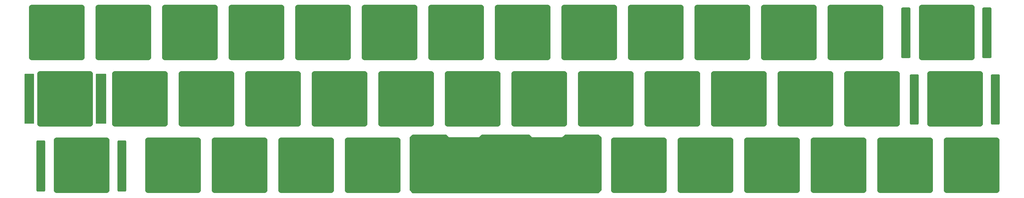
<source format=gtl>
%TF.GenerationSoftware,KiCad,Pcbnew,(5.99.0-10847-g28909c1a72)*%
%TF.CreationDate,2021-06-19T00:09:30+03:00*%
%TF.ProjectId,vanpole plates,76616e70-6f6c-4652-9070-6c617465732e,rev?*%
%TF.SameCoordinates,Original*%
%TF.FileFunction,Copper,L1,Top*%
%TF.FilePolarity,Positive*%
%FSLAX46Y46*%
G04 Gerber Fmt 4.6, Leading zero omitted, Abs format (unit mm)*
G04 Created by KiCad (PCBNEW (5.99.0-10847-g28909c1a72)) date 2021-06-19 00:09:30*
%MOMM*%
%LPD*%
G01*
G04 APERTURE LIST*
G04 Aperture macros list*
%AMRoundRect*
0 Rectangle with rounded corners*
0 $1 Rounding radius*
0 $2 $3 $4 $5 $6 $7 $8 $9 X,Y pos of 4 corners*
0 Add a 4 corners polygon primitive as box body*
4,1,4,$2,$3,$4,$5,$6,$7,$8,$9,$2,$3,0*
0 Add four circle primitives for the rounded corners*
1,1,$1+$1,$2,$3*
1,1,$1+$1,$4,$5*
1,1,$1+$1,$6,$7*
1,1,$1+$1,$8,$9*
0 Add four rect primitives between the rounded corners*
20,1,$1+$1,$2,$3,$4,$5,0*
20,1,$1+$1,$4,$5,$6,$7,0*
20,1,$1+$1,$6,$7,$8,$9,0*
20,1,$1+$1,$8,$9,$2,$3,0*%
G04 Aperture macros list end*
%TA.AperFunction,NonConductor*%
%ADD10C,0.200000*%
%TD*%
%TA.AperFunction,SMDPad,CuDef*%
%ADD11RoundRect,1.008000X-6.992000X-6.992000X6.992000X-6.992000X6.992000X6.992000X-6.992000X6.992000X0*%
%TD*%
G04 APERTURE END LIST*
D10*
X287800000Y-235200000D02*
X287800000Y-249200000D01*
X287800000Y-249200000D02*
X287600000Y-249400000D01*
X287600000Y-249400000D02*
X285600000Y-249400000D01*
X285600000Y-249400000D02*
X285400000Y-249200000D01*
X285400000Y-249200000D02*
X285400000Y-235200000D01*
X285400000Y-235200000D02*
X285600000Y-235000000D01*
X285600000Y-235000000D02*
X287600000Y-235000000D01*
X287600000Y-235000000D02*
X287800000Y-235200000D01*
G36*
X287800000Y-235200000D02*
G01*
X287800000Y-249200000D01*
X287600000Y-249400000D01*
X285600000Y-249400000D01*
X285400000Y-249200000D01*
X285400000Y-235200000D01*
X285600000Y-235000000D01*
X287600000Y-235000000D01*
X287800000Y-235200000D01*
G37*
X287800000Y-235200000D02*
X287800000Y-249200000D01*
X287600000Y-249400000D01*
X285600000Y-249400000D01*
X285400000Y-249200000D01*
X285400000Y-235200000D01*
X285600000Y-235000000D01*
X287600000Y-235000000D01*
X287800000Y-235200000D01*
X264600000Y-235200000D02*
X264600000Y-249200000D01*
X264600000Y-249200000D02*
X264400000Y-249400000D01*
X264400000Y-249400000D02*
X262400000Y-249400000D01*
X262400000Y-249400000D02*
X262200000Y-249200000D01*
X262200000Y-249200000D02*
X262200000Y-235200000D01*
X262200000Y-235200000D02*
X262400000Y-235000000D01*
X262400000Y-235000000D02*
X264400000Y-235000000D01*
X264400000Y-235000000D02*
X264600000Y-235200000D01*
G36*
X264600000Y-235200000D02*
G01*
X264600000Y-249200000D01*
X264400000Y-249400000D01*
X262400000Y-249400000D01*
X262200000Y-249200000D01*
X262200000Y-235200000D01*
X262400000Y-235000000D01*
X264400000Y-235000000D01*
X264600000Y-235200000D01*
G37*
X264600000Y-235200000D02*
X264600000Y-249200000D01*
X264400000Y-249400000D01*
X262400000Y-249400000D01*
X262200000Y-249200000D01*
X262200000Y-235200000D01*
X262400000Y-235000000D01*
X264400000Y-235000000D01*
X264600000Y-235200000D01*
X290200000Y-254400000D02*
X290200000Y-268200000D01*
X290200000Y-268200000D02*
X290000000Y-268400000D01*
X290000000Y-268400000D02*
X288000000Y-268400000D01*
X288000000Y-268400000D02*
X287800000Y-268200000D01*
X287800000Y-268200000D02*
X287800000Y-254400000D01*
X287800000Y-254400000D02*
X288000000Y-254200000D01*
X288000000Y-254200000D02*
X290000000Y-254200000D01*
X290000000Y-254200000D02*
X290200000Y-254400000D01*
G36*
X290200000Y-254400000D02*
G01*
X290200000Y-268200000D01*
X290000000Y-268400000D01*
X288000000Y-268400000D01*
X287800000Y-268200000D01*
X287800000Y-254400000D01*
X288000000Y-254200000D01*
X290000000Y-254200000D01*
X290200000Y-254400000D01*
G37*
X290200000Y-254400000D02*
X290200000Y-268200000D01*
X290000000Y-268400000D01*
X288000000Y-268400000D01*
X287800000Y-268200000D01*
X287800000Y-254400000D01*
X288000000Y-254200000D01*
X290000000Y-254200000D01*
X290200000Y-254400000D01*
X267000000Y-254400000D02*
X267000000Y-268200000D01*
X267000000Y-268200000D02*
X266800000Y-268400000D01*
X266800000Y-268400000D02*
X264800000Y-268400000D01*
X264800000Y-268400000D02*
X264600000Y-268200000D01*
X264600000Y-268200000D02*
X264600000Y-254400000D01*
X264600000Y-254400000D02*
X264800000Y-254200000D01*
X264800000Y-254200000D02*
X266800000Y-254200000D01*
X266800000Y-254200000D02*
X267000000Y-254400000D01*
G36*
X267000000Y-254400000D02*
G01*
X267000000Y-268200000D01*
X266800000Y-268400000D01*
X264800000Y-268400000D01*
X264600000Y-268200000D01*
X264600000Y-254400000D01*
X264800000Y-254200000D01*
X266800000Y-254200000D01*
X267000000Y-254400000D01*
G37*
X267000000Y-254400000D02*
X267000000Y-268200000D01*
X266800000Y-268400000D01*
X264800000Y-268400000D01*
X264600000Y-268200000D01*
X264600000Y-254400000D01*
X264800000Y-254200000D01*
X266800000Y-254200000D01*
X267000000Y-254400000D01*
X17000000Y-273400000D02*
X17000000Y-287400000D01*
X17000000Y-287400000D02*
X16800000Y-287600000D01*
X16800000Y-287600000D02*
X14800000Y-287600000D01*
X14800000Y-287600000D02*
X14600000Y-287400000D01*
X14600000Y-287400000D02*
X14600000Y-273400000D01*
X14600000Y-273400000D02*
X14800000Y-273200000D01*
X14800000Y-273200000D02*
X16800000Y-273200000D01*
X16800000Y-273200000D02*
X17000000Y-273400000D01*
G36*
X17000000Y-273400000D02*
G01*
X17000000Y-287400000D01*
X16800000Y-287600000D01*
X14800000Y-287600000D01*
X14600000Y-287400000D01*
X14600000Y-273400000D01*
X14800000Y-273200000D01*
X16800000Y-273200000D01*
X17000000Y-273400000D01*
G37*
X17000000Y-273400000D02*
X17000000Y-287400000D01*
X16800000Y-287600000D01*
X14800000Y-287600000D01*
X14600000Y-287400000D01*
X14600000Y-273400000D01*
X14800000Y-273200000D01*
X16800000Y-273200000D01*
X17000000Y-273400000D01*
X40200000Y-273400000D02*
X40200000Y-287400000D01*
X40200000Y-287400000D02*
X40000000Y-287600000D01*
X40000000Y-287600000D02*
X38000000Y-287600000D01*
X38000000Y-287600000D02*
X37800000Y-287400000D01*
X37800000Y-287400000D02*
X37800000Y-273400000D01*
X37800000Y-273400000D02*
X38000000Y-273200000D01*
X38000000Y-273200000D02*
X40000000Y-273200000D01*
X40000000Y-273200000D02*
X40200000Y-273400000D01*
G36*
X40200000Y-273400000D02*
G01*
X40200000Y-287400000D01*
X40000000Y-287600000D01*
X38000000Y-287600000D01*
X37800000Y-287400000D01*
X37800000Y-273400000D01*
X38000000Y-273200000D01*
X40000000Y-273200000D01*
X40200000Y-273400000D01*
G37*
X40200000Y-273400000D02*
X40200000Y-287400000D01*
X40000000Y-287600000D01*
X38000000Y-287600000D01*
X37800000Y-287400000D01*
X37800000Y-273400000D01*
X38000000Y-273200000D01*
X40000000Y-273200000D01*
X40200000Y-273400000D01*
X34400000Y-268200000D02*
X31600000Y-268200000D01*
X31600000Y-268200000D02*
X31600000Y-254000000D01*
X31600000Y-254000000D02*
X34400000Y-254000000D01*
X34400000Y-254000000D02*
X34400000Y-268200000D01*
G36*
X34400000Y-268200000D02*
G01*
X31600000Y-268200000D01*
X31600000Y-254000000D01*
X34400000Y-254000000D01*
X34400000Y-268200000D01*
G37*
X34400000Y-268200000D02*
X31600000Y-268200000D01*
X31600000Y-254000000D01*
X34400000Y-254000000D01*
X34400000Y-268200000D01*
X13800000Y-268200000D02*
X11200000Y-268200000D01*
X11200000Y-268200000D02*
X11200000Y-254000000D01*
X11200000Y-254000000D02*
X13800000Y-254000000D01*
X13800000Y-254000000D02*
X13800000Y-268200000D01*
G36*
X13800000Y-268200000D02*
G01*
X11200000Y-268200000D01*
X11200000Y-254000000D01*
X13800000Y-254000000D01*
X13800000Y-268200000D01*
G37*
X13800000Y-268200000D02*
X11200000Y-268200000D01*
X11200000Y-254000000D01*
X13800000Y-254000000D01*
X13800000Y-268200000D01*
X132556250Y-272256250D02*
X141287500Y-272256250D01*
X141287500Y-272256250D02*
X142081250Y-271462500D01*
X142081250Y-271462500D02*
X155575000Y-271462500D01*
X155575000Y-271462500D02*
X156368750Y-272256250D01*
X156368750Y-272256250D02*
X165100000Y-272256250D01*
X165100000Y-272256250D02*
X165893750Y-271462500D01*
X165893750Y-271462500D02*
X175418750Y-271462500D01*
X175418750Y-271462500D02*
X176212500Y-272256250D01*
X176212500Y-272256250D02*
X176212500Y-287337500D01*
X176212500Y-287337500D02*
X175418750Y-288131250D01*
X175418750Y-288131250D02*
X122237500Y-288131250D01*
X122237500Y-288131250D02*
X121443750Y-287337500D01*
X121443750Y-287337500D02*
X121443750Y-272256250D01*
X121443750Y-272256250D02*
X122237500Y-271462500D01*
X122237500Y-271462500D02*
X131762500Y-271462500D01*
X131762500Y-271462500D02*
X132556250Y-272256250D01*
G36*
X132556250Y-272256250D02*
G01*
X141287500Y-272256250D01*
X142081250Y-271462500D01*
X155575000Y-271462500D01*
X156368750Y-272256250D01*
X165100000Y-272256250D01*
X165893750Y-271462500D01*
X175418750Y-271462500D01*
X176212500Y-272256250D01*
X176212500Y-287337500D01*
X175418750Y-288131250D01*
X122237500Y-288131250D01*
X121443750Y-287337500D01*
X121443750Y-272256250D01*
X122237500Y-271462500D01*
X131762500Y-271462500D01*
X132556250Y-272256250D01*
G37*
X132556250Y-272256250D02*
X141287500Y-272256250D01*
X142081250Y-271462500D01*
X155575000Y-271462500D01*
X156368750Y-272256250D01*
X165100000Y-272256250D01*
X165893750Y-271462500D01*
X175418750Y-271462500D01*
X176212500Y-272256250D01*
X176212500Y-287337500D01*
X175418750Y-288131250D01*
X122237500Y-288131250D01*
X121443750Y-287337500D01*
X121443750Y-272256250D01*
X122237500Y-271462500D01*
X131762500Y-271462500D01*
X132556250Y-272256250D01*
D11*
%TO.P,REF\u002A\u002A,1*%
%TO.N,N/C*%
X225137500Y-280193750D03*
%TD*%
%TO.P,REF\u002A\u002A,1*%
%TO.N,N/C*%
X253712500Y-261143750D03*
%TD*%
%TO.P,REF\u002A\u002A,1*%
%TO.N,N/C*%
X234662500Y-261143750D03*
%TD*%
%TO.P,REF\u002A\u002A,1*%
%TO.N,N/C*%
X215612500Y-261143750D03*
%TD*%
%TO.P,REF\u002A\u002A,1*%
%TO.N,N/C*%
X196562500Y-261143750D03*
%TD*%
%TO.P,REF\u002A\u002A,1*%
%TO.N,N/C*%
X177512500Y-261143750D03*
%TD*%
%TO.P,REF\u002A\u002A,1*%
%TO.N,N/C*%
X158462500Y-261143750D03*
%TD*%
%TO.P,REF\u002A\u002A,1*%
%TO.N,N/C*%
X139412500Y-261143750D03*
%TD*%
%TO.P,REF\u002A\u002A,1*%
%TO.N,N/C*%
X120362500Y-261143750D03*
%TD*%
%TO.P,REF\u002A\u002A,1*%
%TO.N,N/C*%
X101312500Y-261143750D03*
%TD*%
%TO.P,REF\u002A\u002A,1*%
%TO.N,N/C*%
X82262500Y-261143750D03*
%TD*%
%TO.P,REF\u002A\u002A,1*%
%TO.N,N/C*%
X63212500Y-261143750D03*
%TD*%
%TO.P,REF\u002A\u002A,1*%
%TO.N,N/C*%
X44162500Y-261143750D03*
%TD*%
%TO.P,REF\u002A\u002A,1*%
%TO.N,N/C*%
X53687500Y-280193750D03*
%TD*%
%TO.P,REF\u002A\u002A,1*%
%TO.N,N/C*%
X72737500Y-280193750D03*
%TD*%
%TO.P,REF\u002A\u002A,1*%
%TO.N,N/C*%
X91787500Y-280193750D03*
%TD*%
%TO.P,REF\u002A\u002A,1*%
%TO.N,N/C*%
X110837500Y-280193750D03*
%TD*%
%TO.P,REF\u002A\u002A,1*%
%TO.N,N/C*%
X187037500Y-280193750D03*
%TD*%
%TO.P,REF\u002A\u002A,1*%
%TO.N,N/C*%
X206087500Y-280193750D03*
%TD*%
%TO.P,REF\u002A\u002A,1*%
%TO.N,N/C*%
X277525000Y-261143750D03*
%TD*%
%TO.P,REF\u002A\u002A,1*%
%TO.N,N/C*%
X22731250Y-261143750D03*
%TD*%
%TO.P,REF\u002A\u002A,1*%
%TO.N,N/C*%
X27493750Y-280193750D03*
%TD*%
%TO.P,REF\u002A\u002A,1*%
%TO.N,N/C*%
X275143750Y-242093750D03*
%TD*%
%TO.P,REF\u002A\u002A,1*%
%TO.N,N/C*%
X248950000Y-242093750D03*
%TD*%
%TO.P,REF\u002A\u002A,1*%
%TO.N,N/C*%
X229900000Y-242093750D03*
%TD*%
%TO.P,REF\u002A\u002A,1*%
%TO.N,N/C*%
X210850000Y-242093750D03*
%TD*%
%TO.P,REF\u002A\u002A,1*%
%TO.N,N/C*%
X191800000Y-242093750D03*
%TD*%
%TO.P,REF\u002A\u002A,1*%
%TO.N,N/C*%
X172750000Y-242093750D03*
%TD*%
%TO.P,REF\u002A\u002A,1*%
%TO.N,N/C*%
X153700000Y-242093750D03*
%TD*%
%TO.P,REF\u002A\u002A,1*%
%TO.N,N/C*%
X134650000Y-242093750D03*
%TD*%
%TO.P,REF\u002A\u002A,1*%
%TO.N,N/C*%
X115600000Y-242093750D03*
%TD*%
%TO.P,REF\u002A\u002A,1*%
%TO.N,N/C*%
X96550000Y-242093750D03*
%TD*%
%TO.P,REF\u002A\u002A,1*%
%TO.N,N/C*%
X77500000Y-242093750D03*
%TD*%
%TO.P,REF\u002A\u002A,1*%
%TO.N,N/C*%
X58450000Y-242093750D03*
%TD*%
%TO.P,REF\u002A\u002A,1*%
%TO.N,N/C*%
X39400000Y-242093750D03*
%TD*%
%TO.P,REF\u002A\u002A,1*%
%TO.N,N/C*%
X20350000Y-242093750D03*
%TD*%
%TO.P,REF\u002A\u002A,1*%
%TO.N,N/C*%
X244187500Y-280193750D03*
%TD*%
%TO.P,REF\u002A\u002A,1*%
%TO.N,N/C*%
X263237500Y-280193750D03*
%TD*%
%TO.P,REF\u002A\u002A,1*%
%TO.N,N/C*%
X282287500Y-280193750D03*
%TD*%
M02*

</source>
